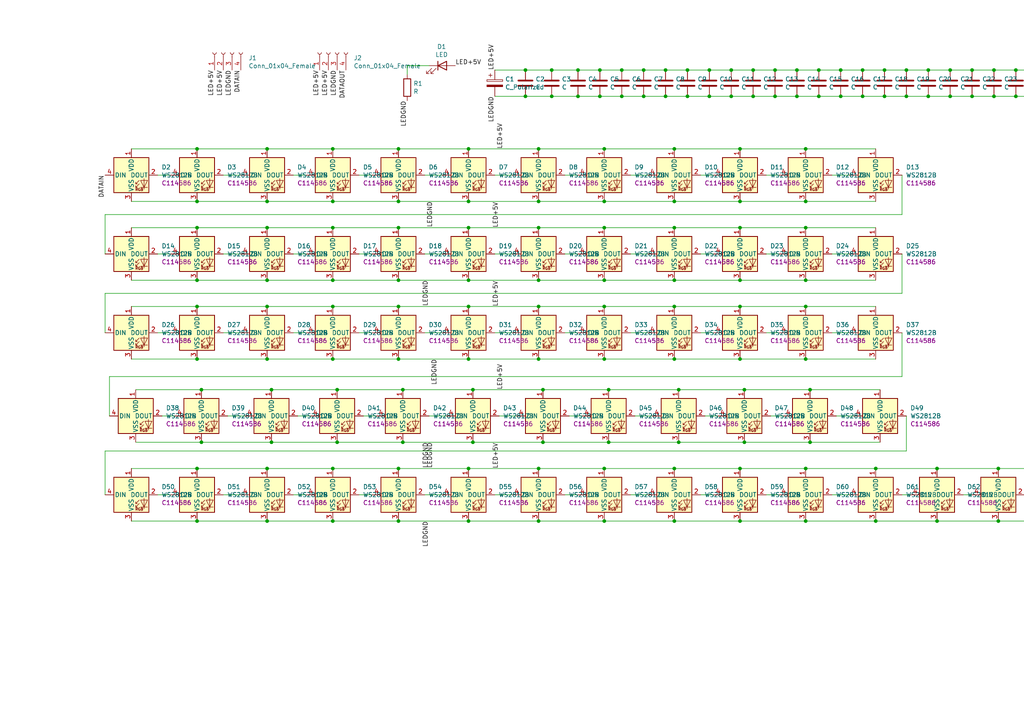
<source format=kicad_sch>
(kicad_sch (version 20211123) (generator eeschema)
  (paper "A4")
  (title_block (title "ECS PANEL") (date "2023-02-10") (rev "3"))
  (junction (at 256.54 27.94))
  (junction (at 358.14 20.32))
  (junction (at 57.15 151.13))
  (junction (at 77.47 88.9))
  (junction (at 175.26 135.89))
  (junction (at 326.39 20.32))
  (junction (at 275.59 20.32))
  (junction (at 377.19 27.94))
  (junction (at 160.02 27.94))
  (junction (at 351.79 20.32))
  (junction (at 58.42 113.03))
  (junction (at 320.04 27.94))
  (junction (at 96.52 88.9))
  (junction (at 233.68 66.04))
  (junction (at 218.44 20.32))
  (junction (at 156.21 104.14))
  (junction (at 215.9 113.03))
  (junction (at 218.44 27.94))
  (junction (at 199.39 20.32))
  (junction (at 137.16 128.27))
  (junction (at 256.54 20.32))
  (junction (at 307.34 20.32))
  (junction (at 254 151.13))
  (junction (at 212.09 20.32))
  (junction (at 193.04 27.94))
  (junction (at 383.54 20.32))
  (junction (at 180.34 27.94))
  (junction (at 275.59 27.94))
  (junction (at 237.49 20.32))
  (junction (at 504.19 20.32))
  (junction (at 231.14 20.32))
  (junction (at 176.53 128.27))
  (junction (at 262.89 27.94))
  (junction (at 175.26 151.13))
  (junction (at 77.47 135.89))
  (junction (at 96.52 81.28))
  (junction (at 115.57 104.14))
  (junction (at 115.57 151.13))
  (junction (at 196.85 113.03))
  (junction (at 205.74 27.94))
  (junction (at 389.89 27.94))
  (junction (at 415.29 27.94))
  (junction (at 339.09 20.32))
  (junction (at 167.64 20.32))
  (junction (at 77.47 151.13))
  (junction (at 262.89 20.32))
  (junction (at 135.89 151.13))
  (junction (at 135.89 81.28))
  (junction (at 472.44 27.94))
  (junction (at 77.47 104.14))
  (junction (at 152.4 20.32))
  (junction (at 427.99 27.94))
  (junction (at 224.79 20.32))
  (junction (at 135.89 43.18))
  (junction (at 215.9 128.27))
  (junction (at 199.39 27.94))
  (junction (at 510.54 27.94))
  (junction (at 195.58 66.04))
  (junction (at 156.21 151.13))
  (junction (at 233.68 58.42))
  (junction (at 408.94 20.32))
  (junction (at 440.69 27.94))
  (junction (at 214.63 88.9))
  (junction (at 300.99 27.94))
  (junction (at 234.95 128.27))
  (junction (at 402.59 27.94))
  (junction (at 370.84 27.94))
  (junction (at 175.26 58.42))
  (junction (at 96.52 104.14))
  (junction (at 478.79 27.94))
  (junction (at 281.94 20.32))
  (junction (at 135.89 58.42))
  (junction (at 364.49 20.32))
  (junction (at 214.63 81.28))
  (junction (at 453.39 20.32))
  (junction (at 415.29 20.32))
  (junction (at 421.64 20.32))
  (junction (at 57.15 58.42))
  (junction (at 57.15 66.04))
  (junction (at 214.63 43.18))
  (junction (at 269.24 20.32))
  (junction (at 320.04 20.32))
  (junction (at 281.94 27.94))
  (junction (at 289.56 151.13))
  (junction (at 478.79 20.32))
  (junction (at 57.15 43.18))
  (junction (at 214.63 58.42))
  (junction (at 233.68 81.28))
  (junction (at 523.24 27.94))
  (junction (at 516.89 27.94))
  (junction (at 307.34 27.94))
  (junction (at 516.89 20.32))
  (junction (at 186.69 27.94))
  (junction (at 195.58 43.18))
  (junction (at 377.19 20.32))
  (junction (at 78.74 128.27))
  (junction (at 212.09 27.94))
  (junction (at 231.14 27.94))
  (junction (at 271.78 135.89))
  (junction (at 234.95 113.03))
  (junction (at 135.89 66.04))
  (junction (at 485.14 20.32))
  (junction (at 152.4 27.94))
  (junction (at 57.15 135.89))
  (junction (at 175.26 88.9))
  (junction (at 214.63 151.13))
  (junction (at 289.56 135.89))
  (junction (at 358.14 27.94))
  (junction (at 370.84 20.32))
  (junction (at 58.42 128.27))
  (junction (at 510.54 20.32))
  (junction (at 96.52 135.89))
  (junction (at 345.44 20.32))
  (junction (at 180.34 20.32))
  (junction (at 459.74 20.32))
  (junction (at 196.85 128.27))
  (junction (at 97.79 113.03))
  (junction (at 332.74 20.32))
  (junction (at 250.19 27.94))
  (junction (at 396.24 20.32))
  (junction (at 294.64 27.94))
  (junction (at 115.57 135.89))
  (junction (at 447.04 20.32))
  (junction (at 156.21 66.04))
  (junction (at 78.74 113.03))
  (junction (at 175.26 104.14))
  (junction (at 77.47 43.18))
  (junction (at 97.79 128.27))
  (junction (at 195.58 58.42))
  (junction (at 523.24 20.32))
  (junction (at 294.64 20.32))
  (junction (at 135.89 88.9))
  (junction (at 167.64 27.94))
  (junction (at 447.04 27.94))
  (junction (at 440.69 20.32))
  (junction (at 173.99 20.32))
  (junction (at 214.63 66.04))
  (junction (at 115.57 43.18))
  (junction (at 205.74 20.32))
  (junction (at 313.69 27.94))
  (junction (at 250.19 20.32))
  (junction (at 243.84 27.94))
  (junction (at 466.09 27.94))
  (junction (at 243.84 20.32))
  (junction (at 434.34 20.32))
  (junction (at 96.52 66.04))
  (junction (at 57.15 81.28))
  (junction (at 96.52 43.18))
  (junction (at 115.57 58.42))
  (junction (at 173.99 27.94))
  (junction (at 214.63 135.89))
  (junction (at 156.21 81.28))
  (junction (at 160.02 20.32))
  (junction (at 186.69 20.32))
  (junction (at 529.59 20.32))
  (junction (at 157.48 113.03))
  (junction (at 402.59 20.32))
  (junction (at 421.64 27.94))
  (junction (at 116.84 128.27))
  (junction (at 57.15 88.9))
  (junction (at 195.58 135.89))
  (junction (at 332.74 27.94))
  (junction (at 364.49 27.94))
  (junction (at 497.84 27.94))
  (junction (at 237.49 27.94))
  (junction (at 434.34 27.94))
  (junction (at 176.53 113.03))
  (junction (at 389.89 20.32))
  (junction (at 233.68 88.9))
  (junction (at 156.21 88.9))
  (junction (at 175.26 66.04))
  (junction (at 157.48 128.27))
  (junction (at 491.49 20.32))
  (junction (at 542.29 27.94))
  (junction (at 224.79 27.94))
  (junction (at 453.39 27.94))
  (junction (at 57.15 104.14))
  (junction (at 175.26 81.28))
  (junction (at 116.84 113.03))
  (junction (at 254 135.89))
  (junction (at 408.94 27.94))
  (junction (at 115.57 88.9))
  (junction (at 175.26 43.18))
  (junction (at 233.68 104.14))
  (junction (at 137.16 113.03))
  (junction (at 156.21 135.89))
  (junction (at 115.57 66.04))
  (junction (at 535.94 20.32))
  (junction (at 466.09 20.32))
  (junction (at 396.24 27.94))
  (junction (at 96.52 151.13))
  (junction (at 459.74 27.94))
  (junction (at 193.04 20.32))
  (junction (at 77.47 66.04))
  (junction (at 233.68 135.89))
  (junction (at 383.54 27.94))
  (junction (at 504.19 27.94))
  (junction (at 195.58 88.9))
  (junction (at 156.21 43.18))
  (junction (at 195.58 81.28))
  (junction (at 115.57 81.28))
  (junction (at 300.99 20.32))
  (junction (at 214.63 104.14))
  (junction (at 472.44 20.32))
  (junction (at 339.09 27.94))
  (junction (at 77.47 81.28))
  (junction (at 313.69 20.32))
  (junction (at 233.68 151.13))
  (junction (at 326.39 27.94))
  (junction (at 288.29 20.32))
  (junction (at 427.99 20.32))
  (junction (at 195.58 104.14))
  (junction (at 77.47 58.42))
  (junction (at 497.84 20.32))
  (junction (at 529.59 27.94))
  (junction (at 233.68 43.18))
  (junction (at 96.52 58.42))
  (junction (at 271.78 151.13))
  (junction (at 351.79 27.94))
  (junction (at 156.21 58.42))
  (junction (at 542.29 20.32))
  (junction (at 195.58 151.13))
  (junction (at 135.89 135.89))
  (junction (at 288.29 27.94))
  (junction (at 491.49 27.94))
  (junction (at 485.14 27.94))
  (junction (at 535.94 27.94))
  (junction (at 269.24 27.94))
  (junction (at 135.89 104.14))
  (junction (at 345.44 27.94))
  (wire (pts (xy 163.83 96.52) (xy 167.64 96.52)))
  (wire (pts (xy 434.34 27.94) (xy 427.99 27.94)))
  (wire (pts (xy 176.53 113.03) (xy 157.48 113.03)))
  (wire (pts (xy 214.63 66.04) (xy 195.58 66.04)))
  (wire (pts (xy 203.2 96.52) (xy 207.01 96.52)))
  (wire (pts (xy 497.84 27.94) (xy 491.49 27.94)))
  (wire (pts (xy 459.74 27.94) (xy 453.39 27.94)))
  (wire (pts (xy 195.58 81.28) (xy 214.63 81.28)))
  (wire (pts (xy 485.14 20.32) (xy 478.79 20.32)))
  (wire (pts (xy 77.47 81.28) (xy 96.52 81.28)))
  (wire (pts (xy 196.85 128.27) (xy 215.9 128.27)))
  (wire (pts (xy 222.25 50.8) (xy 226.06 50.8)))
  (wire (pts (xy 427.99 27.94) (xy 421.64 27.94)))
  (wire (pts (xy 38.1 81.28) (xy 57.15 81.28)))
  (wire (pts (xy 242.57 120.65) (xy 247.65 120.65)))
  (wire (pts (xy 289.56 135.89) (xy 271.78 135.89)))
  (wire (pts (xy 300.99 20.32) (xy 294.64 20.32)))
  (wire (pts (xy 96.52 43.18) (xy 77.47 43.18)))
  (wire (pts (xy 186.69 27.94) (xy 180.34 27.94)))
  (wire (pts (xy 118.11 19.05) (xy 118.11 21.59)))
  (wire (pts (xy 135.89 81.28) (xy 156.21 81.28)))
  (wire (pts (xy 222.25 143.51) (xy 226.06 143.51)))
  (wire (pts (xy 364.49 20.32) (xy 358.14 20.32)))
  (wire (pts (xy 31.75 109.22) (xy 31.75 120.65)))
  (wire (pts (xy 275.59 27.94) (xy 269.24 27.94)))
  (wire (pts (xy 421.64 27.94) (xy 415.29 27.94)))
  (wire (pts (xy 233.68 88.9) (xy 214.63 88.9)))
  (wire (pts (xy 358.14 20.32) (xy 351.79 20.32)))
  (wire (pts (xy 224.79 20.32) (xy 218.44 20.32)))
  (wire (pts (xy 421.64 20.32) (xy 415.29 20.32)))
  (wire (pts (xy 271.78 135.89) (xy 254 135.89)))
  (wire (pts (xy 167.64 20.32) (xy 160.02 20.32)))
  (wire (pts (xy 77.47 135.89) (xy 57.15 135.89)))
  (wire (pts (xy 163.83 143.51) (xy 167.64 143.51)))
  (wire (pts (xy 175.26 104.14) (xy 195.58 104.14)))
  (wire (pts (xy 96.52 151.13) (xy 115.57 151.13)))
  (wire (pts (xy 231.14 20.32) (xy 224.79 20.32)))
  (wire (pts (xy 241.3 96.52) (xy 246.38 96.52)))
  (wire (pts (xy 377.19 27.94) (xy 370.84 27.94)))
  (wire (pts (xy 264.16 143.51) (xy 261.62 143.51)))
  (wire (pts (xy 175.26 66.04) (xy 156.21 66.04)))
  (wire (pts (xy 199.39 27.94) (xy 193.04 27.94)))
  (wire (pts (xy 123.19 143.51) (xy 128.27 143.51)))
  (wire (pts (xy 45.72 50.8) (xy 49.53 50.8)))
  (wire (pts (xy 115.57 88.9) (xy 96.52 88.9)))
  (wire (pts (xy 427.99 20.32) (xy 421.64 20.32)))
  (wire (pts (xy 243.84 27.94) (xy 237.49 27.94)))
  (wire (pts (xy 241.3 50.8) (xy 246.38 50.8)))
  (wire (pts (xy 77.47 43.18) (xy 57.15 43.18)))
  (wire (pts (xy 261.62 62.23) (xy 30.48 62.23)))
  (wire (pts (xy 49.53 73.66) (xy 45.72 73.66)))
  (wire (pts (xy 104.14 50.8) (xy 107.95 50.8)))
  (wire (pts (xy 288.29 27.94) (xy 281.94 27.94)))
  (wire (pts (xy 529.59 20.32) (xy 523.24 20.32)))
  (wire (pts (xy 193.04 20.32) (xy 186.69 20.32)))
  (wire (pts (xy 175.26 88.9) (xy 156.21 88.9)))
  (wire (pts (xy 156.21 151.13) (xy 175.26 151.13)))
  (wire (pts (xy 523.24 20.32) (xy 516.89 20.32)))
  (wire (pts (xy 123.19 50.8) (xy 128.27 50.8)))
  (wire (pts (xy 320.04 20.32) (xy 313.69 20.32)))
  (wire (pts (xy 214.63 135.89) (xy 195.58 135.89)))
  (wire (pts (xy 383.54 27.94) (xy 377.19 27.94)))
  (wire (pts (xy 77.47 104.14) (xy 96.52 104.14)))
  (wire (pts (xy 307.34 151.13) (xy 289.56 151.13)))
  (wire (pts (xy 307.34 20.32) (xy 300.99 20.32)))
  (wire (pts (xy 241.3 143.51) (xy 246.38 143.51)))
  (wire (pts (xy 237.49 27.94) (xy 231.14 27.94)))
  (wire (pts (xy 250.19 20.32) (xy 243.84 20.32)))
  (wire (pts (xy 271.78 151.13) (xy 254 151.13)))
  (wire (pts (xy 233.68 135.89) (xy 214.63 135.89)))
  (wire (pts (xy 39.37 128.27) (xy 58.42 128.27)))
  (wire (pts (xy 269.24 20.32) (xy 262.89 20.32)))
  (wire (pts (xy 214.63 58.42) (xy 233.68 58.42)))
  (wire (pts (xy 214.63 88.9) (xy 195.58 88.9)))
  (wire (pts (xy 38.1 58.42) (xy 57.15 58.42)))
  (wire (pts (xy 234.95 128.27) (xy 255.27 128.27)))
  (wire (pts (xy 396.24 20.32) (xy 389.89 20.32)))
  (wire (pts (xy 243.84 20.32) (xy 237.49 20.32)))
  (wire (pts (xy 261.62 96.52) (xy 261.62 109.22)))
  (wire (pts (xy 548.64 27.94) (xy 542.29 27.94)))
  (wire (pts (xy 195.58 135.89) (xy 175.26 135.89)))
  (wire (pts (xy 148.59 73.66) (xy 143.51 73.66)))
  (wire (pts (xy 115.57 58.42) (xy 135.89 58.42)))
  (wire (pts (xy 224.79 27.94) (xy 218.44 27.94)))
  (wire (pts (xy 78.74 128.27) (xy 97.79 128.27)))
  (wire (pts (xy 215.9 113.03) (xy 196.85 113.03)))
  (wire (pts (xy 214.63 104.14) (xy 233.68 104.14)))
  (wire (pts (xy 226.06 73.66) (xy 222.25 73.66)))
  (wire (pts (xy 307.34 135.89) (xy 289.56 135.89)))
  (wire (pts (xy 115.57 135.89) (xy 96.52 135.89)))
  (wire (pts (xy 261.62 50.8) (xy 261.62 62.23)))
  (wire (pts (xy 115.57 104.14) (xy 135.89 104.14)))
  (wire (pts (xy 358.14 27.94) (xy 351.79 27.94)))
  (wire (pts (xy 97.79 113.03) (xy 78.74 113.03)))
  (wire (pts (xy 256.54 20.32) (xy 250.19 20.32)))
  (wire (pts (xy 218.44 20.32) (xy 212.09 20.32)))
  (wire (pts (xy 173.99 27.94) (xy 167.64 27.94)))
  (wire (pts (xy 137.16 113.03) (xy 116.84 113.03)))
  (wire (pts (xy 78.74 113.03) (xy 58.42 113.03)))
  (wire (pts (xy 143.51 96.52) (xy 148.59 96.52)))
  (wire (pts (xy 77.47 88.9) (xy 57.15 88.9)))
  (wire (pts (xy 137.16 128.27) (xy 157.48 128.27)))
  (wire (pts (xy 77.47 151.13) (xy 96.52 151.13)))
  (wire (pts (xy 389.89 20.32) (xy 383.54 20.32)))
  (wire (pts (xy 307.34 27.94) (xy 300.99 27.94)))
  (wire (pts (xy 96.52 66.04) (xy 77.47 66.04)))
  (wire (pts (xy 212.09 20.32) (xy 205.74 20.32)))
  (wire (pts (xy 261.62 85.09) (xy 30.48 85.09)))
  (wire (pts (xy 85.09 50.8) (xy 88.9 50.8)))
  (wire (pts (xy 46.99 120.65) (xy 50.8 120.65)))
  (wire (pts (xy 351.79 20.32) (xy 345.44 20.32)))
  (wire (pts (xy 175.26 58.42) (xy 195.58 58.42)))
  (wire (pts (xy 504.19 20.32) (xy 497.84 20.32)))
  (wire (pts (xy 182.88 96.52) (xy 187.96 96.52)))
  (wire (pts (xy 167.64 73.66) (xy 163.83 73.66)))
  (wire (pts (xy 195.58 43.18) (xy 175.26 43.18)))
  (wire (pts (xy 339.09 20.32) (xy 332.74 20.32)))
  (wire (pts (xy 45.72 96.52) (xy 49.53 96.52)))
  (wire (pts (xy 175.26 151.13) (xy 195.58 151.13)))
  (wire (pts (xy 128.27 73.66) (xy 123.19 73.66)))
  (wire (pts (xy 339.09 27.94) (xy 332.74 27.94)))
  (wire (pts (xy 143.51 143.51) (xy 148.59 143.51)))
  (wire (pts (xy 254 66.04) (xy 233.68 66.04)))
  (wire (pts (xy 320.04 27.94) (xy 313.69 27.94)))
  (wire (pts (xy 152.4 27.94) (xy 143.51 27.94)))
  (wire (pts (xy 57.15 58.42) (xy 77.47 58.42)))
  (wire (pts (xy 57.15 88.9) (xy 38.1 88.9)))
  (wire (pts (xy 57.15 151.13) (xy 77.47 151.13)))
  (wire (pts (xy 246.38 73.66) (xy 241.3 73.66)))
  (wire (pts (xy 186.69 20.32) (xy 180.34 20.32)))
  (wire (pts (xy 115.57 43.18) (xy 96.52 43.18)))
  (wire (pts (xy 135.89 135.89) (xy 115.57 135.89)))
  (wire (pts (xy 193.04 27.94) (xy 186.69 27.94)))
  (wire (pts (xy 38.1 151.13) (xy 57.15 151.13)))
  (wire (pts (xy 275.59 20.32) (xy 269.24 20.32)))
  (wire (pts (xy 497.84 20.32) (xy 491.49 20.32)))
  (wire (pts (xy 135.89 43.18) (xy 115.57 43.18)))
  (wire (pts (xy 144.78 120.65) (xy 149.86 120.65)))
  (wire (pts (xy 510.54 20.32) (xy 504.19 20.32)))
  (wire (pts (xy 105.41 120.65) (xy 109.22 120.65)))
  (wire (pts (xy 383.54 20.32) (xy 377.19 20.32)))
  (wire (pts (xy 233.68 66.04) (xy 214.63 66.04)))
  (wire (pts (xy 187.96 73.66) (xy 182.88 73.66)))
  (wire (pts (xy 123.19 96.52) (xy 128.27 96.52)))
  (wire (pts (xy 196.85 113.03) (xy 176.53 113.03)))
  (wire (pts (xy 262.89 120.65) (xy 262.89 130.81)))
  (wire (pts (xy 116.84 128.27) (xy 137.16 128.27)))
  (wire (pts (xy 57.15 43.18) (xy 38.1 43.18)))
  (wire (pts (xy 262.89 130.81) (xy 30.48 130.81)))
  (wire (pts (xy 453.39 27.94) (xy 447.04 27.94)))
  (wire (pts (xy 294.64 20.32) (xy 288.29 20.32)))
  (wire (pts (xy 77.47 66.04) (xy 57.15 66.04)))
  (wire (pts (xy 472.44 27.94) (xy 466.09 27.94)))
  (wire (pts (xy 184.15 120.65) (xy 189.23 120.65)))
  (wire (pts (xy 504.19 27.94) (xy 497.84 27.94)))
  (wire (pts (xy 96.52 88.9) (xy 77.47 88.9)))
  (wire (pts (xy 516.89 20.32) (xy 510.54 20.32)))
  (wire (pts (xy 434.34 20.32) (xy 427.99 20.32)))
  (wire (pts (xy 485.14 27.94) (xy 478.79 27.94)))
  (wire (pts (xy 377.19 20.32) (xy 370.84 20.32)))
  (wire (pts (xy 165.1 120.65) (xy 168.91 120.65)))
  (wire (pts (xy 281.94 143.51) (xy 279.4 143.51)))
  (wire (pts (xy 199.39 20.32) (xy 193.04 20.32)))
  (wire (pts (xy 195.58 151.13) (xy 214.63 151.13)))
  (wire (pts (xy 30.48 85.09) (xy 30.48 96.52)))
  (wire (pts (xy 261.62 109.22) (xy 31.75 109.22)))
  (wire (pts (xy 157.48 113.03) (xy 137.16 113.03)))
  (wire (pts (xy 156.21 58.42) (xy 175.26 58.42)))
  (wire (pts (xy 38.1 104.14) (xy 57.15 104.14)))
  (wire (pts (xy 313.69 20.32) (xy 307.34 20.32)))
  (wire (pts (xy 195.58 58.42) (xy 214.63 58.42)))
  (wire (pts (xy 262.89 20.32) (xy 256.54 20.32)))
  (wire (pts (xy 313.69 27.94) (xy 307.34 27.94)))
  (wire (pts (xy 218.44 27.94) (xy 212.09 27.94)))
  (wire (pts (xy 96.52 104.14) (xy 115.57 104.14)))
  (wire (pts (xy 152.4 20.32) (xy 143.51 20.32)))
  (wire (pts (xy 30.48 62.23) (xy 30.48 73.66)))
  (wire (pts (xy 160.02 20.32) (xy 152.4 20.32)))
  (wire (pts (xy 203.2 143.51) (xy 207.01 143.51)))
  (wire (pts (xy 156.21 66.04) (xy 135.89 66.04)))
  (wire (pts (xy 222.25 96.52) (xy 226.06 96.52)))
  (wire (pts (xy 64.77 143.51) (xy 69.85 143.51)))
  (wire (pts (xy 57.15 104.14) (xy 77.47 104.14)))
  (wire (pts (xy 447.04 27.94) (xy 440.69 27.94)))
  (wire (pts (xy 175.26 43.18) (xy 156.21 43.18)))
  (wire (pts (xy 254 135.89) (xy 233.68 135.89)))
  (wire (pts (xy 116.84 113.03) (xy 97.79 113.03)))
  (wire (pts (xy 542.29 20.32) (xy 535.94 20.32)))
  (wire (pts (xy 491.49 20.32) (xy 485.14 20.32)))
  (wire (pts (xy 115.57 81.28) (xy 135.89 81.28)))
  (wire (pts (xy 389.89 27.94) (xy 383.54 27.94)))
  (wire (pts (xy 104.14 143.51) (xy 107.95 143.51)))
  (wire (pts (xy 195.58 88.9) (xy 175.26 88.9)))
  (wire (pts (xy 289.56 151.13) (xy 271.78 151.13)))
  (wire (pts (xy 288.29 20.32) (xy 281.94 20.32)))
  (wire (pts (xy 300.99 27.94) (xy 294.64 27.94)))
  (wire (pts (xy 96.52 58.42) (xy 115.57 58.42)))
  (wire (pts (xy 332.74 20.32) (xy 326.39 20.32)))
  (wire (pts (xy 415.29 20.32) (xy 408.94 20.32)))
  (wire (pts (xy 542.29 27.94) (xy 535.94 27.94)))
  (wire (pts (xy 135.89 104.14) (xy 156.21 104.14)))
  (wire (pts (xy 175.26 81.28) (xy 195.58 81.28)))
  (wire (pts (xy 160.02 27.94) (xy 152.4 27.94)))
  (wire (pts (xy 345.44 20.32) (xy 339.09 20.32)))
  (wire (pts (xy 157.48 128.27) (xy 176.53 128.27)))
  (wire (pts (xy 326.39 20.32) (xy 320.04 20.32)))
  (wire (pts (xy 173.99 20.32) (xy 167.64 20.32)))
  (wire (pts (xy 57.15 135.89) (xy 38.1 135.89)))
  (wire (pts (xy 370.84 27.94) (xy 364.49 27.94)))
  (wire (pts (xy 402.59 27.94) (xy 396.24 27.94)))
  (wire (pts (xy 478.79 27.94) (xy 472.44 27.94)))
  (wire (pts (xy 233.68 151.13) (xy 254 151.13)))
  (wire (pts (xy 203.2 50.8) (xy 207.01 50.8)))
  (wire (pts (xy 281.94 27.94) (xy 275.59 27.94)))
  (wire (pts (xy 478.79 20.32) (xy 472.44 20.32)))
  (wire (pts (xy 195.58 66.04) (xy 175.26 66.04)))
  (wire (pts (xy 204.47 120.65) (xy 208.28 120.65)))
  (wire (pts (xy 176.53 128.27) (xy 196.85 128.27)))
  (wire (pts (xy 261.62 73.66) (xy 261.62 85.09)))
  (wire (pts (xy 472.44 20.32) (xy 466.09 20.32)))
  (wire (pts (xy 156.21 104.14) (xy 175.26 104.14)))
  (wire (pts (xy 466.09 20.32) (xy 459.74 20.32)))
  (wire (pts (xy 163.83 50.8) (xy 167.64 50.8)))
  (wire (pts (xy 466.09 27.94) (xy 459.74 27.94)))
  (wire (pts (xy 205.74 27.94) (xy 199.39 27.94)))
  (wire (pts (xy 175.26 135.89) (xy 156.21 135.89)))
  (wire (pts (xy 212.09 27.94) (xy 205.74 27.94)))
  (wire (pts (xy 250.19 27.94) (xy 243.84 27.94)))
  (wire (pts (xy 233.68 104.14) (xy 254 104.14)))
  (wire (pts (xy 64.77 96.52) (xy 69.85 96.52)))
  (wire (pts (xy 58.42 113.03) (xy 39.37 113.03)))
  (wire (pts (xy 326.39 27.94) (xy 320.04 27.94)))
  (wire (pts (xy 124.46 120.65) (xy 129.54 120.65)))
  (wire (pts (xy 107.95 73.66) (xy 104.14 73.66)))
  (wire (pts (xy 233.68 58.42) (xy 254 58.42)))
  (wire (pts (xy 408.94 20.32) (xy 402.59 20.32)))
  (wire (pts (xy 45.72 143.51) (xy 49.53 143.51)))
  (wire (pts (xy 77.47 58.42) (xy 96.52 58.42)))
  (wire (pts (xy 402.59 20.32) (xy 396.24 20.32)))
  (wire (pts (xy 281.94 20.32) (xy 275.59 20.32)))
  (wire (pts (xy 351.79 27.94) (xy 345.44 27.94)))
  (wire (pts (xy 254 43.18) (xy 233.68 43.18)))
  (wire (pts (xy 234.95 113.03) (xy 215.9 113.03)))
  (wire (pts (xy 182.88 143.51) (xy 187.96 143.51)))
  (wire (pts (xy 415.29 27.94) (xy 408.94 27.94)))
  (wire (pts (xy 255.27 113.03) (xy 234.95 113.03)))
  (wire (pts (xy 57.15 66.04) (xy 38.1 66.04)))
  (wire (pts (xy 88.9 73.66) (xy 85.09 73.66)))
  (wire (pts (xy 214.63 81.28) (xy 233.68 81.28)))
  (wire (pts (xy 69.85 73.66) (xy 64.77 73.66)))
  (wire (pts (xy 86.36 120.65) (xy 90.17 120.65)))
  (wire (pts (xy 180.34 27.94) (xy 173.99 27.94)))
  (wire (pts (xy 180.34 20.32) (xy 173.99 20.32)))
  (wire (pts (xy 233.68 81.28) (xy 254 81.28)))
  (wire (pts (xy 447.04 20.32) (xy 440.69 20.32)))
  (wire (pts (xy 85.09 143.51) (xy 88.9 143.51)))
  (wire (pts (xy 233.68 43.18) (xy 214.63 43.18)))
  (wire (pts (xy 548.64 20.32) (xy 542.29 20.32)))
  (wire (pts (xy 254 88.9) (xy 233.68 88.9)))
  (wire (pts (xy 269.24 27.94) (xy 262.89 27.94)))
  (wire (pts (xy 85.09 96.52) (xy 88.9 96.52)))
  (wire (pts (xy 364.49 27.94) (xy 358.14 27.94)))
  (wire (pts (xy 440.69 20.32) (xy 434.34 20.32)))
  (wire (pts (xy 535.94 20.32) (xy 529.59 20.32)))
  (wire (pts (xy 294.64 27.94) (xy 288.29 27.94)))
  (wire (pts (xy 223.52 120.65) (xy 227.33 120.65)))
  (wire (pts (xy 115.57 151.13) (xy 135.89 151.13)))
  (wire (pts (xy 64.77 50.8) (xy 69.85 50.8)))
  (wire (pts (xy 535.94 27.94) (xy 529.59 27.94)))
  (wire (pts (xy 195.58 104.14) (xy 214.63 104.14)))
  (wire (pts (xy 510.54 27.94) (xy 504.19 27.94)))
  (wire (pts (xy 167.64 27.94) (xy 160.02 27.94)))
  (wire (pts (xy 215.9 128.27) (xy 234.95 128.27)))
  (wire (pts (xy 96.52 81.28) (xy 115.57 81.28)))
  (wire (pts (xy 135.89 58.42) (xy 156.21 58.42)))
  (wire (pts (xy 124.46 19.05) (xy 118.11 19.05)))
  (wire (pts (xy 156.21 43.18) (xy 135.89 43.18)))
  (wire (pts (xy 156.21 88.9) (xy 135.89 88.9)))
  (wire (pts (xy 30.48 130.81) (xy 30.48 143.51)))
  (wire (pts (xy 440.69 27.94) (xy 434.34 27.94)))
  (wire (pts (xy 115.57 66.04) (xy 96.52 66.04)))
  (wire (pts (xy 345.44 27.94) (xy 339.09 27.94)))
  (wire (pts (xy 491.49 27.94) (xy 485.14 27.94)))
  (wire (pts (xy 143.51 50.8) (xy 148.59 50.8)))
  (wire (pts (xy 256.54 27.94) (xy 250.19 27.94)))
  (wire (pts (xy 182.88 50.8) (xy 187.96 50.8)))
  (wire (pts (xy 214.63 151.13) (xy 233.68 151.13)))
  (wire (pts (xy 332.74 27.94) (xy 326.39 27.94)))
  (wire (pts (xy 156.21 81.28) (xy 175.26 81.28)))
  (wire (pts (xy 453.39 20.32) (xy 447.04 20.32)))
  (wire (pts (xy 529.59 27.94) (xy 523.24 27.94)))
  (wire (pts (xy 135.89 88.9) (xy 115.57 88.9)))
  (wire (pts (xy 156.21 135.89) (xy 135.89 135.89)))
  (wire (pts (xy 135.89 151.13) (xy 156.21 151.13)))
  (wire (pts (xy 205.74 20.32) (xy 199.39 20.32)))
  (wire (pts (xy 231.14 27.94) (xy 224.79 27.94)))
  (wire (pts (xy 237.49 20.32) (xy 231.14 20.32)))
  (wire (pts (xy 104.14 96.52) (xy 107.95 96.52)))
  (wire (pts (xy 299.72 143.51) (xy 297.18 143.51)))
  (wire (pts (xy 135.89 66.04) (xy 115.57 66.04)))
  (wire (pts (xy 58.42 128.27) (xy 78.74 128.27)))
  (wire (pts (xy 262.89 27.94) (xy 256.54 27.94)))
  (wire (pts (xy 207.01 73.66) (xy 203.2 73.66)))
  (wire (pts (xy 370.84 20.32) (xy 364.49 20.32)))
  (wire (pts (xy 66.04 120.65) (xy 71.12 120.65)))
  (wire (pts (xy 96.52 135.89) (xy 77.47 135.89)))
  (wire (pts (xy 214.63 43.18) (xy 195.58 43.18)))
  (wire (pts (xy 396.24 27.94) (xy 389.89 27.94)))
  (wire (pts (xy 523.24 27.94) (xy 516.89 27.94)))
  (wire (pts (xy 97.79 128.27) (xy 116.84 128.27)))
  (wire (pts (xy 408.94 27.94) (xy 402.59 27.94)))
  (wire (pts (xy 459.74 20.32) (xy 453.39 20.32)))
  (wire (pts (xy 516.89 27.94) (xy 510.54 27.94)))
  (wire (pts (xy 57.15 81.28) (xy 77.47 81.28)))
  (label "LED+5V" (at 144.78 66.04 90))
  (label "LEDGND" (at 125.73 128.27 270))
  (label "LED+5V" (at 92.71 20.32 270))
  (label "LEDGND" (at 124.46 128.27 270))
  (label "LEDGND" (at 143.51 27.94 270))
  (label "LED+5V" (at 146.05 43.18 90))
  (label "LEDGND" (at 124.46 151.13 270))
  (label "DATAIN" (at 30.48 50.8 270))
  (label "LEDGND" (at 127 104.14 270))
  (label "LED+5V" (at 144.78 88.9 90))
  (label "DATAIN" (at 69.85 20.32 270))
  (label "LEDGND" (at 97.79 20.32 270))
  (label "LEDGND" (at 124.46 81.28 270))
  (label "LED+5V" (at 64.77 20.32 270))
  (label "LED+5V" (at 143.51 20.32 90))
  (label "LED+5V" (at 144.78 135.89 90))
  (label "LEDGND" (at 67.31 20.32 270))
  (label "LED+5V" (at 62.23 20.32 270))
  (label "LED+5V" (at 132.08 19.05 0))
  (label "LEDGND" (at 118.11 29.21 270))
  (label "LED+5V" (at 146.05 113.03 90))
  (label "DATAOUT" (at 100.33 20.32 270))
  (label "DATAOUT" (at 314.96 143.51 270))
  (label "LED+5V" (at 95.25 20.32 270))
  (label "LEDGND" (at 125.73 58.42 270))
  (symbol (lib_id "LED:WS2812B") (at 289.56 143.51 0) (unit 1)
    (property "Reference" "D63" (at 298.2976 141.1986 0) (effects (justify left)))
    (property "Value" "WS2812B" (at 298.2976 143.51 0) (effects (justify left)))
    (property "Footprint" "OH_Footprints:LED_WS2812B_PLCC4_5.0x5.0mm_P3.2mm" (effects hide))
    (property "Datasheet" "https://cdn-shop.adafruit.com/datasheets/WS2812B.pdf" (effects hide))
    (property "LCSC Part Number" "C114586" (at 298.2976 145.8214 0) (effects (justify left)))
  )
  (symbol (lib_id "LED:WS2812B") (at 307.34 143.51 0) (unit 1)
    (property "Reference" "D64" (at 316.0776 141.1986 0) (effects (justify left)))
    (property "Value" "WS2812B" (at 316.0776 143.51 0) (effects (justify left)))
    (property "Footprint" "OH_Footprints:LED_WS2812B_PLCC4_5.0x5.0mm_P3.2mm" (effects hide))
    (property "Datasheet" "https://cdn-shop.adafruit.com/datasheets/WS2812B.pdf" (effects hide))
    (property "LCSC Part Number" "C114586" (at 316.0776 145.8214 0) (effects (justify left)))
  )
  (symbol (lib_id "Device:C_Polarized") (at 143.51 24.13 0) (unit 1)
    (property "Reference" "C1" (at 146.5072 22.9616 0) (effects (justify left)))
    (property "Value" "C_Polarized" (at 146.5072 25.273 0) (effects (justify left)))
    (property "Footprint" "OH_Footprints:CP_Elec_8x10" (effects hide))
  )
  (symbol (lib_id "LED:WS2812B") (at 38.1 50.8 0) (unit 1)
    (property "Reference" "D2" (at 46.8376 48.4886 0) (effects (justify left)))
    (property "Value" "WS2812B" (at 46.8376 50.8 0) (effects (justify left)))
    (property "Footprint" "OH_Footprints:LED_WS2812B_PLCC4_5.0x5.0mm_P3.2mm" (effects hide))
    (property "Datasheet" "https://cdn-shop.adafruit.com/datasheets/WS2812B.pdf" (effects hide))
    (property "LCSC Part Number" "C114586" (at 46.8376 53.1114 0) (effects (justify left)))
  )
  (symbol (lib_id "Device:R") (at 118.11 25.4 0) (unit 1)
    (property "Reference" "R1" (at 119.888 24.2316 0) (effects (justify left)))
    (property "Value" "R" (at 119.888 26.543 0) (effects (justify left)))
    (property "Footprint" "OH_Footprints:R_0603_1608Metric" (effects hide))
  )
  (symbol (lib_id "Device:LED") (at 128.27 19.05 0) (unit 1)
    (property "Reference" "D1" (at 128.0922 13.5382 0))
    (property "Value" "LED" (at 128.0922 15.8496 0))
    (property "Footprint" "OH_Footprints:LED_D3.0mm" (effects hide))
  )
  (symbol (lib_id "Connector:Conn_01x04_Female") (at 64.77 15.24 90) (unit 1)
    (property "Reference" "J1" (at 72.0852 16.8148 90) (effects (justify right)))
    (property "Value" "Conn_01x04_Female" (at 72.0852 19.1262 90) (effects (justify right)))
    (property "Footprint" "OH_Footprints:Molex_Mini-Fit_Jr_5566-04A_2x02_P4.20mm_Vertical" (effects hide))
  )
  (symbol (lib_id "Connector:Conn_01x04_Female") (at 95.25 15.24 90) (unit 1)
    (property "Reference" "J2" (at 102.5652 16.8148 90) (effects (justify right)))
    (property "Value" "Conn_01x04_Female" (at 102.5652 19.1262 90) (effects (justify right)))
    (property "Footprint" "OH_Footprints:Molex_Mini-Fit_Jr_5566-04A_2x02_P4.20mm_Vertical" (effects hide))
  )
  (symbol (lib_id "LED:WS2812B") (at 57.15 50.8 0) (unit 1)
    (property "Reference" "D3" (at 65.8876 48.4886 0) (effects (justify left)))
    (property "Value" "WS2812B" (at 65.8876 50.8 0) (effects (justify left)))
    (property "Footprint" "OH_Footprints:LED_WS2812B_PLCC4_5.0x5.0mm_P3.2mm" (effects hide))
    (property "Datasheet" "https://cdn-shop.adafruit.com/datasheets/WS2812B.pdf" (effects hide))
    (property "LCSC Part Number" "C114586" (at 65.8876 53.1114 0) (effects (justify left)))
  )
  (symbol (lib_id "LED:WS2812B") (at 77.47 50.8 0) (unit 1)
    (property "Reference" "D4" (at 86.2076 48.4886 0) (effects (justify left)))
    (property "Value" "WS2812B" (at 86.2076 50.8 0) (effects (justify left)))
    (property "Footprint" "OH_Footprints:LED_WS2812B_PLCC4_5.0x5.0mm_P3.2mm" (effects hide))
    (property "Datasheet" "https://cdn-shop.adafruit.com/datasheets/WS2812B.pdf" (effects hide))
    (property "LCSC Part Number" "C114586" (at 86.2076 53.1114 0) (effects (justify left)))
  )
  (symbol (lib_id "LED:WS2812B") (at 96.52 50.8 0) (unit 1)
    (property "Reference" "D5" (at 105.2576 48.4886 0) (effects (justify left)))
    (property "Value" "WS2812B" (at 105.2576 50.8 0) (effects (justify left)))
    (property "Footprint" "OH_Footprints:LED_WS2812B_PLCC4_5.0x5.0mm_P3.2mm" (effects hide))
    (property "Datasheet" "https://cdn-shop.adafruit.com/datasheets/WS2812B.pdf" (effects hide))
    (property "LCSC Part Number" "C114586" (at 105.2576 53.1114 0) (effects (justify left)))
  )
  (symbol (lib_id "LED:WS2812B") (at 115.57 50.8 0) (unit 1)
    (property "Reference" "D6" (at 124.3076 48.4886 0) (effects (justify left)))
    (property "Value" "WS2812B" (at 124.3076 50.8 0) (effects (justify left)))
    (property "Footprint" "OH_Footprints:LED_WS2812B_PLCC4_5.0x5.0mm_P3.2mm" (effects hide))
    (property "Datasheet" "https://cdn-shop.adafruit.com/datasheets/WS2812B.pdf" (effects hide))
    (property "LCSC Part Number" "C114586" (at 124.3076 53.1114 0) (effects (justify left)))
  )
  (symbol (lib_id "LED:WS2812B") (at 135.89 50.8 0) (unit 1)
    (property "Reference" "D7" (at 144.6276 48.4886 0) (effects (justify left)))
    (property "Value" "WS2812B" (at 144.6276 50.8 0) (effects (justify left)))
    (property "Footprint" "OH_Footprints:LED_WS2812B_PLCC4_5.0x5.0mm_P3.2mm" (effects hide))
    (property "Datasheet" "https://cdn-shop.adafruit.com/datasheets/WS2812B.pdf" (effects hide))
    (property "LCSC Part Number" "C114586" (at 144.6276 53.1114 0) (effects (justify left)))
  )
  (symbol (lib_id "LED:WS2812B") (at 156.21 50.8 0) (unit 1)
    (property "Reference" "D8" (at 164.9476 48.4886 0) (effects (justify left)))
    (property "Value" "WS2812B" (at 164.9476 50.8 0) (effects (justify left)))
    (property "Footprint" "OH_Footprints:LED_WS2812B_PLCC4_5.0x5.0mm_P3.2mm" (effects hide))
    (property "Datasheet" "https://cdn-shop.adafruit.com/datasheets/WS2812B.pdf" (effects hide))
    (property "LCSC Part Number" "C114586" (at 164.9476 53.1114 0) (effects (justify left)))
  )
  (symbol (lib_id "LED:WS2812B") (at 175.26 50.8 0) (unit 1)
    (property "Reference" "D9" (at 183.9976 48.4886 0) (effects (justify left)))
    (property "Value" "WS2812B" (at 183.9976 50.8 0) (effects (justify left)))
    (property "Footprint" "OH_Footprints:LED_WS2812B_PLCC4_5.0x5.0mm_P3.2mm" (effects hide))
    (property "Datasheet" "https://cdn-shop.adafruit.com/datasheets/WS2812B.pdf" (effects hide))
    (property "LCSC Part Number" "C114586" (at 183.9976 53.1114 0) (effects (justify left)))
  )
  (symbol (lib_id "LED:WS2812B") (at 195.58 50.8 0) (unit 1)
    (property "Reference" "D10" (at 204.3176 48.4886 0) (effects (justify left)))
    (property "Value" "WS2812B" (at 204.3176 50.8 0) (effects (justify left)))
    (property "Footprint" "OH_Footprints:LED_WS2812B_PLCC4_5.0x5.0mm_P3.2mm" (effects hide))
    (property "Datasheet" "https://cdn-shop.adafruit.com/datasheets/WS2812B.pdf" (effects hide))
    (property "LCSC Part Number" "C114586" (at 204.3176 53.1114 0) (effects (justify left)))
  )
  (symbol (lib_id "LED:WS2812B") (at 214.63 50.8 0) (unit 1)
    (property "Reference" "D11" (at 223.3676 48.4886 0) (effects (justify left)))
    (property "Value" "WS2812B" (at 223.3676 50.8 0) (effects (justify left)))
    (property "Footprint" "OH_Footprints:LED_WS2812B_PLCC4_5.0x5.0mm_P3.2mm" (effects hide))
    (property "Datasheet" "https://cdn-shop.adafruit.com/datasheets/WS2812B.pdf" (effects hide))
    (property "LCSC Part Number" "C114586" (at 223.3676 53.1114 0) (effects (justify left)))
  )
  (symbol (lib_id "LED:WS2812B") (at 233.68 50.8 0) (unit 1)
    (property "Reference" "D12" (at 242.4176 48.4886 0) (effects (justify left)))
    (property "Value" "WS2812B" (at 242.4176 50.8 0) (effects (justify left)))
    (property "Footprint" "OH_Footprints:LED_WS2812B_PLCC4_5.0x5.0mm_P3.2mm" (effects hide))
    (property "Datasheet" "https://cdn-shop.adafruit.com/datasheets/WS2812B.pdf" (effects hide))
    (property "LCSC Part Number" "C114586" (at 242.4176 53.1114 0) (effects (justify left)))
  )
  (symbol (lib_id "LED:WS2812B") (at 254 50.8 0) (unit 1)
    (property "Reference" "D13" (at 262.7376 48.4886 0) (effects (justify left)))
    (property "Value" "WS2812B" (at 262.7376 50.8 0) (effects (justify left)))
    (property "Footprint" "OH_Footprints:LED_WS2812B_PLCC4_5.0x5.0mm_P3.2mm" (effects hide))
    (property "Datasheet" "https://cdn-shop.adafruit.com/datasheets/WS2812B.pdf" (effects hide))
    (property "LCSC Part Number" "C114586" (at 262.7376 53.1114 0) (effects (justify left)))
  )
  (symbol (lib_id "LED:WS2812B") (at 38.1 73.66 0) (unit 1)
    (property "Reference" "D14" (at 46.8376 71.3486 0) (effects (justify left)))
    (property "Value" "WS2812B" (at 46.8376 73.66 0) (effects (justify left)))
    (property "Footprint" "OH_Footprints:LED_WS2812B_PLCC4_5.0x5.0mm_P3.2mm" (effects hide))
    (property "Datasheet" "https://cdn-shop.adafruit.com/datasheets/WS2812B.pdf" (effects hide))
    (property "LCSC Part Number" "C114586" (at 46.8376 75.9714 0) (effects (justify left)))
  )
  (symbol (lib_id "LED:WS2812B") (at 57.15 73.66 0) (unit 1)
    (property "Reference" "D15" (at 65.8876 71.3486 0) (effects (justify left)))
    (property "Value" "WS2812B" (at 65.8876 73.66 0) (effects (justify left)))
    (property "Footprint" "OH_Footprints:LED_WS2812B_PLCC4_5.0x5.0mm_P3.2mm" (effects hide))
    (property "Datasheet" "https://cdn-shop.adafruit.com/datasheets/WS2812B.pdf" (effects hide))
    (property "LCSC Part Number" "C114586" (at 65.8876 75.9714 0) (effects (justify left)))
  )
  (symbol (lib_id "LED:WS2812B") (at 77.47 73.66 0) (unit 1)
    (property "Reference" "D16" (at 86.2076 71.3486 0) (effects (justify left)))
    (property "Value" "WS2812B" (at 86.2076 73.66 0) (effects (justify left)))
    (property "Footprint" "OH_Footprints:LED_WS2812B_PLCC4_5.0x5.0mm_P3.2mm" (effects hide))
    (property "Datasheet" "https://cdn-shop.adafruit.com/datasheets/WS2812B.pdf" (effects hide))
    (property "LCSC Part Number" "C114586" (at 86.2076 75.9714 0) (effects (justify left)))
  )
  (symbol (lib_id "LED:WS2812B") (at 96.52 73.66 0) (unit 1)
    (property "Reference" "D17" (at 105.2576 71.3486 0) (effects (justify left)))
    (property "Value" "WS2812B" (at 105.2576 73.66 0) (effects (justify left)))
    (property "Footprint" "OH_Footprints:LED_WS2812B_PLCC4_5.0x5.0mm_P3.2mm" (effects hide))
    (property "Datasheet" "https://cdn-shop.adafruit.com/datasheets/WS2812B.pdf" (effects hide))
    (property "LCSC Part Number" "C114586" (at 105.2576 75.9714 0) (effects (justify left)))
  )
  (symbol (lib_id "LED:WS2812B") (at 115.57 73.66 0) (unit 1)
    (property "Reference" "D18" (at 124.3076 71.3486 0) (effects (justify left)))
    (property "Value" "WS2812B" (at 124.3076 73.66 0) (effects (justify left)))
    (property "Footprint" "OH_Footprints:LED_WS2812B_PLCC4_5.0x5.0mm_P3.2mm" (effects hide))
    (property "Datasheet" "https://cdn-shop.adafruit.com/datasheets/WS2812B.pdf" (effects hide))
    (property "LCSC Part Number" "C114586" (at 124.3076 75.9714 0) (effects (justify left)))
  )
  (symbol (lib_id "LED:WS2812B") (at 135.89 73.66 0) (unit 1)
    (property "Reference" "D19" (at 144.6276 71.3486 0) (effects (justify left)))
    (property "Value" "WS2812B" (at 144.6276 73.66 0) (effects (justify left)))
    (property "Footprint" "OH_Footprints:LED_WS2812B_PLCC4_5.0x5.0mm_P3.2mm" (effects hide))
    (property "Datasheet" "https://cdn-shop.adafruit.com/datasheets/WS2812B.pdf" (effects hide))
    (property "LCSC Part Number" "C114586" (at 144.6276 75.9714 0) (effects (justify left)))
  )
  (symbol (lib_id "LED:WS2812B") (at 156.21 73.66 0) (unit 1)
    (property "Reference" "D20" (at 164.9476 71.3486 0) (effects (justify left)))
    (property "Value" "WS2812B" (at 164.9476 73.66 0) (effects (justify left)))
    (property "Footprint" "OH_Footprints:LED_WS2812B_PLCC4_5.0x5.0mm_P3.2mm" (effects hide))
    (property "Datasheet" "https://cdn-shop.adafruit.com/datasheets/WS2812B.pdf" (effects hide))
    (property "LCSC Part Number" "C114586" (at 164.9476 75.9714 0) (effects (justify left)))
  )
  (symbol (lib_id "LED:WS2812B") (at 175.26 73.66 0) (unit 1)
    (property "Reference" "D21" (at 183.9976 71.3486 0) (effects (justify left)))
    (property "Value" "WS2812B" (at 183.9976 73.66 0) (effects (justify left)))
    (property "Footprint" "OH_Footprints:LED_WS2812B_PLCC4_5.0x5.0mm_P3.2mm" (effects hide))
    (property "Datasheet" "https://cdn-shop.adafruit.com/datasheets/WS2812B.pdf" (effects hide))
    (property "LCSC Part Number" "C114586" (at 183.9976 75.9714 0) (effects (justify left)))
  )
  (symbol (lib_id "LED:WS2812B") (at 195.58 73.66 0) (unit 1)
    (property "Reference" "D22" (at 204.3176 71.3486 0) (effects (justify left)))
    (property "Value" "WS2812B" (at 204.3176 73.66 0) (effects (justify left)))
    (property "Footprint" "OH_Footprints:LED_WS2812B_PLCC4_5.0x5.0mm_P3.2mm" (effects hide))
    (property "Datasheet" "https://cdn-shop.adafruit.com/datasheets/WS2812B.pdf" (effects hide))
    (property "LCSC Part Number" "C114586" (at 204.3176 75.9714 0) (effects (justify left)))
  )
  (symbol (lib_id "LED:WS2812B") (at 214.63 73.66 0) (unit 1)
    (property "Reference" "D23" (at 223.3676 71.3486 0) (effects (justify left)))
    (property "Value" "WS2812B" (at 223.3676 73.66 0) (effects (justify left)))
    (property "Footprint" "OH_Footprints:LED_WS2812B_PLCC4_5.0x5.0mm_P3.2mm" (effects hide))
    (property "Datasheet" "https://cdn-shop.adafruit.com/datasheets/WS2812B.pdf" (effects hide))
    (property "LCSC Part Number" "C114586" (at 223.3676 75.9714 0) (effects (justify left)))
  )
  (symbol (lib_id "LED:WS2812B") (at 233.68 73.66 0) (unit 1)
    (property "Reference" "D24" (at 242.4176 71.3486 0) (effects (justify left)))
    (property "Value" "WS2812B" (at 242.4176 73.66 0) (effects (justify left)))
    (property "Footprint" "OH_Footprints:LED_WS2812B_PLCC4_5.0x5.0mm_P3.2mm" (effects hide))
    (property "Datasheet" "https://cdn-shop.adafruit.com/datasheets/WS2812B.pdf" (effects hide))
    (property "LCSC Part Number" "C114586" (at 242.4176 75.9714 0) (effects (justify left)))
  )
  (symbol (lib_id "LED:WS2812B") (at 254 73.66 0) (unit 1)
    (property "Reference" "D25" (at 262.7376 71.3486 0) (effects (justify left)))
    (property "Value" "WS2812B" (at 262.7376 73.66 0) (effects (justify left)))
    (property "Footprint" "OH_Footprints:LED_WS2812B_PLCC4_5.0x5.0mm_P3.2mm" (effects hide))
    (property "Datasheet" "https://cdn-shop.adafruit.com/datasheets/WS2812B.pdf" (effects hide))
    (property "LCSC Part Number" "C114586" (at 262.7376 75.9714 0) (effects (justify left)))
  )
  (symbol (lib_id "LED:WS2812B") (at 38.1 96.52 0) (unit 1)
    (property "Reference" "D26" (at 46.8376 94.2086 0) (effects (justify left)))
    (property "Value" "WS2812B" (at 46.8376 96.52 0) (effects (justify left)))
    (property "Footprint" "OH_Footprints:LED_WS2812B_PLCC4_5.0x5.0mm_P3.2mm" (effects hide))
    (property "Datasheet" "https://cdn-shop.adafruit.com/datasheets/WS2812B.pdf" (effects hide))
    (property "LCSC Part Number" "C114586" (at 46.8376 98.8314 0) (effects (justify left)))
  )
  (symbol (lib_id "LED:WS2812B") (at 57.15 96.52 0) (unit 1)
    (property "Reference" "D27" (at 65.8876 94.2086 0) (effects (justify left)))
    (property "Value" "WS2812B" (at 65.8876 96.52 0) (effects (justify left)))
    (property "Footprint" "OH_Footprints:LED_WS2812B_PLCC4_5.0x5.0mm_P3.2mm" (effects hide))
    (property "Datasheet" "https://cdn-shop.adafruit.com/datasheets/WS2812B.pdf" (effects hide))
    (property "LCSC Part Number" "C114586" (at 65.8876 98.8314 0) (effects (justify left)))
  )
  (symbol (lib_id "LED:WS2812B") (at 77.47 96.52 0) (unit 1)
    (property "Reference" "D28" (at 86.2076 94.2086 0) (effects (justify left)))
    (property "Value" "WS2812B" (at 86.2076 96.52 0) (effects (justify left)))
    (property "Footprint" "OH_Footprints:LED_WS2812B_PLCC4_5.0x5.0mm_P3.2mm" (effects hide))
    (property "Datasheet" "https://cdn-shop.adafruit.com/datasheets/WS2812B.pdf" (effects hide))
    (property "LCSC Part Number" "C114586" (at 86.2076 98.8314 0) (effects (justify left)))
  )
  (symbol (lib_id "LED:WS2812B") (at 96.52 96.52 0) (unit 1)
    (property "Reference" "D29" (at 105.2576 94.2086 0) (effects (justify left)))
    (property "Value" "WS2812B" (at 105.2576 96.52 0) (effects (justify left)))
    (property "Footprint" "OH_Footprints:LED_WS2812B_PLCC4_5.0x5.0mm_P3.2mm" (effects hide))
    (property "Datasheet" "https://cdn-shop.adafruit.com/datasheets/WS2812B.pdf" (effects hide))
    (property "LCSC Part Number" "C114586" (at 105.2576 98.8314 0) (effects (justify left)))
  )
  (symbol (lib_id "LED:WS2812B") (at 115.57 96.52 0) (unit 1)
    (property "Reference" "D30" (at 124.3076 94.2086 0) (effects (justify left)))
    (property "Value" "WS2812B" (at 124.3076 96.52 0) (effects (justify left)))
    (property "Footprint" "OH_Footprints:LED_WS2812B_PLCC4_5.0x5.0mm_P3.2mm" (effects hide))
    (property "Datasheet" "https://cdn-shop.adafruit.com/datasheets/WS2812B.pdf" (effects hide))
    (property "LCSC Part Number" "C114586" (at 124.3076 98.8314 0) (effects (justify left)))
  )
  (symbol (lib_id "LED:WS2812B") (at 135.89 96.52 0) (unit 1)
    (property "Reference" "D31" (at 144.6276 94.2086 0) (effects (justify left)))
    (property "Value" "WS2812B" (at 144.6276 96.52 0) (effects (justify left)))
    (property "Footprint" "OH_Footprints:LED_WS2812B_PLCC4_5.0x5.0mm_P3.2mm" (effects hide))
    (property "Datasheet" "https://cdn-shop.adafruit.com/datasheets/WS2812B.pdf" (effects hide))
    (property "LCSC Part Number" "C114586" (at 144.6276 98.8314 0) (effects (justify left)))
  )
  (symbol (lib_id "LED:WS2812B") (at 156.21 96.52 0) (unit 1)
    (property "Reference" "D32" (at 164.9476 94.2086 0) (effects (justify left)))
    (property "Value" "WS2812B" (at 164.9476 96.52 0) (effects (justify left)))
    (property "Footprint" "OH_Footprints:LED_WS2812B_PLCC4_5.0x5.0mm_P3.2mm" (effects hide))
    (property "Datasheet" "https://cdn-shop.adafruit.com/datasheets/WS2812B.pdf" (effects hide))
    (property "LCSC Part Number" "C114586" (at 164.9476 98.8314 0) (effects (justify left)))
  )
  (symbol (lib_id "LED:WS2812B") (at 175.26 96.52 0) (unit 1)
    (property "Reference" "D33" (at 183.9976 94.2086 0) (effects (justify left)))
    (property "Value" "WS2812B" (at 183.9976 96.52 0) (effects (justify left)))
    (property "Footprint" "OH_Footprints:LED_WS2812B_PLCC4_5.0x5.0mm_P3.2mm" (effects hide))
    (property "Datasheet" "https://cdn-shop.adafruit.com/datasheets/WS2812B.pdf" (effects hide))
    (property "LCSC Part Number" "C114586" (at 183.9976 98.8314 0) (effects (justify left)))
  )
  (symbol (lib_id "LED:WS2812B") (at 195.58 96.52 0) (unit 1)
    (property "Reference" "D34" (at 204.3176 94.2086 0) (effects (justify left)))
    (property "Value" "WS2812B" (at 204.3176 96.52 0) (effects (justify left)))
    (property "Footprint" "OH_Footprints:LED_WS2812B_PLCC4_5.0x5.0mm_P3.2mm" (effects hide))
    (property "Datasheet" "https://cdn-shop.adafruit.com/datasheets/WS2812B.pdf" (effects hide))
    (property "LCSC Part Number" "C114586" (at 204.3176 98.8314 0) (effects (justify left)))
  )
  (symbol (lib_id "LED:WS2812B") (at 214.63 96.52 0) (unit 1)
    (property "Reference" "D35" (at 223.3676 94.2086 0) (effects (justify left)))
    (property "Value" "WS2812B" (at 223.3676 96.52 0) (effects (justify left)))
    (property "Footprint" "OH_Footprints:LED_WS2812B_PLCC4_5.0x5.0mm_P3.2mm" (effects hide))
    (property "Datasheet" "https://cdn-shop.adafruit.com/datasheets/WS2812B.pdf" (effects hide))
    (property "LCSC Part Number" "C114586" (at 223.3676 98.8314 0) (effects (justify left)))
  )
  (symbol (lib_id "LED:WS2812B") (at 233.68 96.52 0) (unit 1)
    (property "Reference" "D36" (at 242.4176 94.2086 0) (effects (justify left)))
    (property "Value" "WS2812B" (at 242.4176 96.52 0) (effects (justify left)))
    (property "Footprint" "OH_Footprints:LED_WS2812B_PLCC4_5.0x5.0mm_P3.2mm" (effects hide))
    (property "Datasheet" "https://cdn-shop.adafruit.com/datasheets/WS2812B.pdf" (effects hide))
    (property "LCSC Part Number" "C114586" (at 242.4176 98.8314 0) (effects (justify left)))
  )
  (symbol (lib_id "LED:WS2812B") (at 254 96.52 0) (unit 1)
    (property "Reference" "D37" (at 262.7376 94.2086 0) (effects (justify left)))
    (property "Value" "WS2812B" (at 262.7376 96.52 0) (effects (justify left)))
    (property "Footprint" "OH_Footprints:LED_WS2812B_PLCC4_5.0x5.0mm_P3.2mm" (effects hide))
    (property "Datasheet" "https://cdn-shop.adafruit.com/datasheets/WS2812B.pdf" (effects hide))
    (property "LCSC Part Number" "C114586" (at 262.7376 98.8314 0) (effects (justify left)))
  )
  (symbol (lib_id "LED:WS2812B") (at 39.37 120.65 0) (unit 1)
    (property "Reference" "D38" (at 48.1076 118.3386 0) (effects (justify left)))
    (property "Value" "WS2812B" (at 48.1076 120.65 0) (effects (justify left)))
    (property "Footprint" "OH_Footprints:LED_WS2812B_PLCC4_5.0x5.0mm_P3.2mm" (effects hide))
    (property "Datasheet" "https://cdn-shop.adafruit.com/datasheets/WS2812B.pdf" (effects hide))
    (property "LCSC Part Number" "C114586" (at 48.1076 122.9614 0) (effects (justify left)))
  )
  (symbol (lib_id "LED:WS2812B") (at 58.42 120.65 0) (unit 1)
    (property "Reference" "D39" (at 67.1576 118.3386 0) (effects (justify left)))
    (property "Value" "WS2812B" (at 67.1576 120.65 0) (effects (justify left)))
    (property "Footprint" "OH_Footprints:LED_WS2812B_PLCC4_5.0x5.0mm_P3.2mm" (effects hide))
    (property "Datasheet" "https://cdn-shop.adafruit.com/datasheets/WS2812B.pdf" (effects hide))
    (property "LCSC Part Number" "C114586" (at 67.1576 122.9614 0) (effects (justify left)))
  )
  (symbol (lib_id "LED:WS2812B") (at 78.74 120.65 0) (unit 1)
    (property "Reference" "D40" (at 87.4776 118.3386 0) (effects (justify left)))
    (property "Value" "WS2812B" (at 87.4776 120.65 0) (effects (justify left)))
    (property "Footprint" "OH_Footprints:LED_WS2812B_PLCC4_5.0x5.0mm_P3.2mm" (effects hide))
    (property "Datasheet" "https://cdn-shop.adafruit.com/datasheets/WS2812B.pdf" (effects hide))
    (property "LCSC Part Number" "C114586" (at 87.4776 122.9614 0) (effects (justify left)))
  )
  (symbol (lib_id "LED:WS2812B") (at 97.79 120.65 0) (unit 1)
    (property "Reference" "D41" (at 106.5276 118.3386 0) (effects (justify left)))
    (property "Value" "WS2812B" (at 106.5276 120.65 0) (effects (justify left)))
    (property "Footprint" "OH_Footprints:LED_WS2812B_PLCC4_5.0x5.0mm_P3.2mm" (effects hide))
    (property "Datasheet" "https://cdn-shop.adafruit.com/datasheets/WS2812B.pdf" (effects hide))
    (property "LCSC Part Number" "C114586" (at 106.5276 122.9614 0) (effects (justify left)))
  )
  (symbol (lib_id "LED:WS2812B") (at 116.84 120.65 0) (unit 1)
    (property "Reference" "D42" (at 125.5776 118.3386 0) (effects (justify left)))
    (property "Value" "WS2812B" (at 125.5776 120.65 0) (effects (justify left)))
    (property "Footprint" "OH_Footprints:LED_WS2812B_PLCC4_5.0x5.0mm_P3.2mm" (effects hide))
    (property "Datasheet" "https://cdn-shop.adafruit.com/datasheets/WS2812B.pdf" (effects hide))
    (property "LCSC Part Number" "C114586" (at 125.5776 122.9614 0) (effects (justify left)))
  )
  (symbol (lib_id "LED:WS2812B") (at 137.16 120.65 0) (unit 1)
    (property "Reference" "D43" (at 145.8976 118.3386 0) (effects (justify left)))
    (property "Value" "WS2812B" (at 145.8976 120.65 0) (effects (justify left)))
    (property "Footprint" "OH_Footprints:LED_WS2812B_PLCC4_5.0x5.0mm_P3.2mm" (effects hide))
    (property "Datasheet" "https://cdn-shop.adafruit.com/datasheets/WS2812B.pdf" (effects hide))
    (property "LCSC Part Number" "C114586" (at 145.8976 122.9614 0) (effects (justify left)))
  )
  (symbol (lib_id "LED:WS2812B") (at 157.48 120.65 0) (unit 1)
    (property "Reference" "D44" (at 166.2176 118.3386 0) (effects (justify left)))
    (property "Value" "WS2812B" (at 166.2176 120.65 0) (effects (justify left)))
    (property "Footprint" "OH_Footprints:LED_WS2812B_PLCC4_5.0x5.0mm_P3.2mm" (effects hide))
    (property "Datasheet" "https://cdn-shop.adafruit.com/datasheets/WS2812B.pdf" (effects hide))
    (property "LCSC Part Number" "C114586" (at 166.2176 122.9614 0) (effects (justify left)))
  )
  (symbol (lib_id "LED:WS2812B") (at 176.53 120.65 0) (unit 1)
    (property "Reference" "D45" (at 185.2676 118.3386 0) (effects (justify left)))
    (property "Value" "WS2812B" (at 185.2676 120.65 0) (effects (justify left)))
    (property "Footprint" "OH_Footprints:LED_WS2812B_PLCC4_5.0x5.0mm_P3.2mm" (effects hide))
    (property "Datasheet" "https://cdn-shop.adafruit.com/datasheets/WS2812B.pdf" (effects hide))
    (property "LCSC Part Number" "C114586" (at 185.2676 122.9614 0) (effects (justify left)))
  )
  (symbol (lib_id "LED:WS2812B") (at 196.85 120.65 0) (unit 1)
    (property "Reference" "D46" (at 205.5876 118.3386 0) (effects (justify left)))
    (property "Value" "WS2812B" (at 205.5876 120.65 0) (effects (justify left)))
    (property "Footprint" "OH_Footprints:LED_WS2812B_PLCC4_5.0x5.0mm_P3.2mm" (effects hide))
    (property "Datasheet" "https://cdn-shop.adafruit.com/datasheets/WS2812B.pdf" (effects hide))
    (property "LCSC Part Number" "C114586" (at 205.5876 122.9614 0) (effects (justify left)))
  )
  (symbol (lib_id "LED:WS2812B") (at 234.95 120.65 0) (unit 1)
    (property "Reference" "D48" (at 243.6876 118.3386 0) (effects (justify left)))
    (property "Value" "WS2812B" (at 243.6876 120.65 0) (effects (justify left)))
    (property "Footprint" "OH_Footprints:LED_WS2812B_PLCC4_5.0x5.0mm_P3.2mm" (effects hide))
    (property "Datasheet" "https://cdn-shop.adafruit.com/datasheets/WS2812B.pdf" (effects hide))
    (property "LCSC Part Number" "C114586" (at 243.6876 122.9614 0) (effects (justify left)))
  )
  (symbol (lib_id "LED:WS2812B") (at 255.27 120.65 0) (unit 1)
    (property "Reference" "D49" (at 264.0076 118.3386 0) (effects (justify left)))
    (property "Value" "WS2812B" (at 264.0076 120.65 0) (effects (justify left)))
    (property "Footprint" "OH_Footprints:LED_WS2812B_PLCC4_5.0x5.0mm_P3.2mm" (effects hide))
    (property "Datasheet" "https://cdn-shop.adafruit.com/datasheets/WS2812B.pdf" (effects hide))
    (property "LCSC Part Number" "C114586" (at 264.0076 122.9614 0) (effects (justify left)))
  )
  (symbol (lib_id "LED:WS2812B") (at 215.9 120.65 0) (unit 1)
    (property "Reference" "D47" (at 224.6376 118.3386 0) (effects (justify left)))
    (property "Value" "WS2812B" (at 224.6376 120.65 0) (effects (justify left)))
    (property "Footprint" "OH_Footprints:LED_WS2812B_PLCC4_5.0x5.0mm_P3.2mm" (effects hide))
    (property "Datasheet" "https://cdn-shop.adafruit.com/datasheets/WS2812B.pdf" (effects hide))
    (property "LCSC Part Number" "C114586" (at 224.6376 122.9614 0) (effects (justify left)))
  )
  (symbol (lib_id "LED:WS2812B") (at 38.1 143.51 0) (unit 1)
    (property "Reference" "D50" (at 46.8376 141.1986 0) (effects (justify left)))
    (property "Value" "WS2812B" (at 46.8376 143.51 0) (effects (justify left)))
    (property "Footprint" "OH_Footprints:LED_WS2812B_PLCC4_5.0x5.0mm_P3.2mm" (effects hide))
    (property "Datasheet" "https://cdn-shop.adafruit.com/datasheets/WS2812B.pdf" (effects hide))
    (property "LCSC Part Number" "C114586" (at 46.8376 145.8214 0) (effects (justify left)))
  )
  (symbol (lib_id "LED:WS2812B") (at 57.15 143.51 0) (unit 1)
    (property "Reference" "D51" (at 65.8876 141.1986 0) (effects (justify left)))
    (property "Value" "WS2812B" (at 65.8876 143.51 0) (effects (justify left)))
    (property "Footprint" "OH_Footprints:LED_WS2812B_PLCC4_5.0x5.0mm_P3.2mm" (effects hide))
    (property "Datasheet" "https://cdn-shop.adafruit.com/datasheets/WS2812B.pdf" (effects hide))
    (property "LCSC Part Number" "C114586" (at 65.8876 145.8214 0) (effects (justify left)))
  )
  (symbol (lib_id "LED:WS2812B") (at 77.47 143.51 0) (unit 1)
    (property "Reference" "D52" (at 86.2076 141.1986 0) (effects (justify left)))
    (property "Value" "WS2812B" (at 86.2076 143.51 0) (effects (justify left)))
    (property "Footprint" "OH_Footprints:LED_WS2812B_PLCC4_5.0x5.0mm_P3.2mm" (effects hide))
    (property "Datasheet" "https://cdn-shop.adafruit.com/datasheets/WS2812B.pdf" (effects hide))
    (property "LCSC Part Number" "C114586" (at 86.2076 145.8214 0) (effects (justify left)))
  )
  (symbol (lib_id "LED:WS2812B") (at 96.52 143.51 0) (unit 1)
    (property "Reference" "D53" (at 105.2576 141.1986 0) (effects (justify left)))
    (property "Value" "WS2812B" (at 105.2576 143.51 0) (effects (justify left)))
    (property "Footprint" "OH_Footprints:LED_WS2812B_PLCC4_5.0x5.0mm_P3.2mm" (effects hide))
    (property "Datasheet" "https://cdn-shop.adafruit.com/datasheets/WS2812B.pdf" (effects hide))
    (property "LCSC Part Number" "C114586" (at 105.2576 145.8214 0) (effects (justify left)))
  )
  (symbol (lib_id "LED:WS2812B") (at 115.57 143.51 0) (unit 1)
    (property "Reference" "D54" (at 124.3076 141.1986 0) (effects (justify left)))
    (property "Value" "WS2812B" (at 124.3076 143.51 0) (effects (justify left)))
    (property "Footprint" "OH_Footprints:LED_WS2812B_PLCC4_5.0x5.0mm_P3.2mm" (effects hide))
    (property "Datasheet" "https://cdn-shop.adafruit.com/datasheets/WS2812B.pdf" (effects hide))
    (property "LCSC Part Number" "C114586" (at 124.3076 145.8214 0) (effects (justify left)))
  )
  (symbol (lib_id "LED:WS2812B") (at 135.89 143.51 0) (unit 1)
    (property "Reference" "D55" (at 144.6276 141.1986 0) (effects (justify left)))
    (property "Value" "WS2812B" (at 144.6276 143.51 0) (effects (justify left)))
    (property "Footprint" "OH_Footprints:LED_WS2812B_PLCC4_5.0x5.0mm_P3.2mm" (effects hide))
    (property "Datasheet" "https://cdn-shop.adafruit.com/datasheets/WS2812B.pdf" (effects hide))
    (property "LCSC Part Number" "C114586" (at 144.6276 145.8214 0) (effects (justify left)))
  )
  (symbol (lib_id "LED:WS2812B") (at 156.21 143.51 0) (unit 1)
    (property "Reference" "D56" (at 164.9476 141.1986 0) (effects (justify left)))
    (property "Value" "WS2812B" (at 164.9476 143.51 0) (effects (justify left)))
    (property "Footprint" "OH_Footprints:LED_WS2812B_PLCC4_5.0x5.0mm_P3.2mm" (effects hide))
    (property "Datasheet" "https://cdn-shop.adafruit.com/datasheets/WS2812B.pdf" (effects hide))
    (property "LCSC Part Number" "C114586" (at 164.9476 145.8214 0) (effects (justify left)))
  )
  (symbol (lib_id "LED:WS2812B") (at 175.26 143.51 0) (unit 1)
    (property "Reference" "D57" (at 183.9976 141.1986 0) (effects (justify left)))
    (property "Value" "WS2812B" (at 183.9976 143.51 0) (effects (justify left)))
    (property "Footprint" "OH_Footprints:LED_WS2812B_PLCC4_5.0x5.0mm_P3.2mm" (effects hide))
    (property "Datasheet" "https://cdn-shop.adafruit.com/datasheets/WS2812B.pdf" (effects hide))
    (property "LCSC Part Number" "C114586" (at 183.9976 145.8214 0) (effects (justify left)))
  )
  (symbol (lib_id "LED:WS2812B") (at 195.58 143.51 0) (unit 1)
    (property "Reference" "D58" (at 204.3176 141.1986 0) (effects (justify left)))
    (property "Value" "WS2812B" (at 204.3176 143.51 0) (effects (justify left)))
    (property "Footprint" "OH_Footprints:LED_WS2812B_PLCC4_5.0x5.0mm_P3.2mm" (effects hide))
    (property "Datasheet" "https://cdn-shop.adafruit.com/datasheets/WS2812B.pdf" (effects hide))
    (property "LCSC Part Number" "C114586" (at 204.3176 145.8214 0) (effects (justify left)))
  )
  (symbol (lib_id "LED:WS2812B") (at 233.68 143.51 0) (unit 1)
    (property "Reference" "D60" (at 242.4176 141.1986 0) (effects (justify left)))
    (property "Value" "WS2812B" (at 242.4176 143.51 0) (effects (justify left)))
    (property "Footprint" "OH_Footprints:LED_WS2812B_PLCC4_5.0x5.0mm_P3.2mm" (effects hide))
    (property "Datasheet" "https://cdn-shop.adafruit.com/datasheets/WS2812B.pdf" (effects hide))
    (property "LCSC Part Number" "C114586" (at 242.4176 145.8214 0) (effects (justify left)))
  )
  (symbol (lib_id "LED:WS2812B") (at 254 143.51 0) (unit 1)
    (property "Reference" "D61" (at 262.7376 141.1986 0) (effects (justify left)))
    (property "Value" "WS2812B" (at 262.7376 143.51 0) (effects (justify left)))
    (property "Footprint" "OH_Footprints:LED_WS2812B_PLCC4_5.0x5.0mm_P3.2mm" (effects hide))
    (property "Datasheet" "https://cdn-shop.adafruit.com/datasheets/WS2812B.pdf" (effects hide))
    (property "LCSC Part Number" "C114586" (at 262.7376 145.8214 0) (effects (justify left)))
  )
  (symbol (lib_id "LED:WS2812B") (at 214.63 143.51 0) (unit 1)
    (property "Reference" "D59" (at 223.3676 141.1986 0) (effects (justify left)))
    (property "Value" "WS2812B" (at 223.3676 143.51 0) (effects (justify left)))
    (property "Footprint" "OH_Footprints:LED_WS2812B_PLCC4_5.0x5.0mm_P3.2mm" (effects hide))
    (property "Datasheet" "https://cdn-shop.adafruit.com/datasheets/WS2812B.pdf" (effects hide))
    (property "LCSC Part Number" "C114586" (at 223.3676 145.8214 0) (effects (justify left)))
  )
  (symbol (lib_id "LED:WS2812B") (at 271.78 143.51 0) (unit 1)
    (property "Reference" "D62" (at 280.5176 141.1986 0) (effects (justify left)))
    (property "Value" "WS2812B" (at 280.5176 143.51 0) (effects (justify left)))
    (property "Footprint" "OH_Footprints:LED_WS2812B_PLCC4_5.0x5.0mm_P3.2mm" (effects hide))
    (property "Datasheet" "https://cdn-shop.adafruit.com/datasheets/WS2812B.pdf" (effects hide))
    (property "LCSC Part Number" "C114586" (at 280.5176 145.8214 0) (effects (justify left)))
  )
  (symbol (lib_id "Device:C") (at 152.4 24.13 0) (unit 1)
    (property "Reference" "C2" (at 155.321 22.9616 0) (effects (justify left)))
    (property "Value" "C" (at 155.321 25.273 0) (effects (justify left)))
    (property "Footprint" "OH_Footprints:C_0603_1608Metric" (effects hide))
  )
  (symbol (lib_id "Device:C") (at 160.02 24.13 0) (unit 1)
    (property "Reference" "C3" (at 162.941 22.9616 0) (effects (justify left)))
    (property "Value" "C" (at 162.941 25.273 0) (effects (justify left)))
    (property "Footprint" "OH_Footprints:C_0603_1608Metric" (effects hide))
  )
  (symbol (lib_id "Device:C") (at 167.64 24.13 0) (unit 1)
    (property "Reference" "C4" (at 170.561 22.9616 0) (effects (justify left)))
    (property "Value" "C" (at 170.561 25.273 0) (effects (justify left)))
    (property "Footprint" "OH_Footprints:C_0603_1608Metric" (effects hide))
  )
  (symbol (lib_id "Device:C") (at 173.99 24.13 0) (unit 1)
    (property "Reference" "C5" (at 176.911 22.9616 0) (effects (justify left)))
    (property "Value" "C" (at 176.911 25.273 0) (effects (justify left)))
    (property "Footprint" "OH_Footprints:C_0603_1608Metric" (effects hide))
  )
  (symbol (lib_id "Device:C") (at 180.34 24.13 0) (unit 1)
    (property "Reference" "C6" (at 183.261 22.9616 0) (effects (justify left)))
    (property "Value" "C" (at 183.261 25.273 0) (effects (justify left)))
    (property "Footprint" "OH_Footprints:C_0603_1608Metric" (effects hide))
  )
  (symbol (lib_id "Device:C") (at 186.69 24.13 0) (unit 1)
    (property "Reference" "C7" (at 189.611 22.9616 0) (effects (justify left)))
    (property "Value" "C" (at 189.611 25.273 0) (effects (justify left)))
    (property "Footprint" "OH_Footprints:C_0603_1608Metric" (effects hide))
  )
  (symbol (lib_id "Device:C") (at 193.04 24.13 0) (unit 1)
    (property "Reference" "C8" (at 195.961 22.9616 0) (effects (justify left)))
    (property "Value" "C" (at 195.961 25.273 0) (effects (justify left)))
    (property "Footprint" "OH_Footprints:C_0603_1608Metric" (effects hide))
  )
  (symbol (lib_id "Device:C") (at 199.39 24.13 0) (unit 1)
    (property "Reference" "C9" (at 202.311 22.9616 0) (effects (justify left)))
    (property "Value" "C" (at 202.311 25.273 0) (effects (justify left)))
    (property "Footprint" "OH_Footprints:C_0603_1608Metric" (effects hide))
  )
  (symbol (lib_id "Device:C") (at 205.74 24.13 0) (unit 1)
    (property "Reference" "C10" (at 208.661 22.9616 0) (effects (justify left)))
    (property "Value" "C" (at 208.661 25.273 0) (effects (justify left)))
    (property "Footprint" "OH_Footprints:C_0603_1608Metric" (effects hide))
  )
  (symbol (lib_id "Device:C") (at 212.09 24.13 0) (unit 1)
    (property "Reference" "C11" (at 215.011 22.9616 0) (effects (justify left)))
    (property "Value" "C" (at 215.011 25.273 0) (effects (justify left)))
    (property "Footprint" "OH_Footprints:C_0603_1608Metric" (effects hide))
  )
  (symbol (lib_id "Device:C") (at 218.44 24.13 0) (unit 1)
    (property "Reference" "C12" (at 221.361 22.9616 0) (effects (justify left)))
    (property "Value" "C" (at 221.361 25.273 0) (effects (justify left)))
    (property "Footprint" "OH_Footprints:C_0603_1608Metric" (effects hide))
  )
  (symbol (lib_id "Device:C") (at 224.79 24.13 0) (unit 1)
    (property "Reference" "C13" (at 227.711 22.9616 0) (effects (justify left)))
    (property "Value" "C" (at 227.711 25.273 0) (effects (justify left)))
    (property "Footprint" "OH_Footprints:C_0603_1608Metric" (effects hide))
  )
  (symbol (lib_id "Device:C") (at 231.14 24.13 0) (unit 1)
    (property "Reference" "C14" (at 234.061 22.9616 0) (effects (justify left)))
    (property "Value" "C" (at 234.061 25.273 0) (effects (justify left)))
    (property "Footprint" "OH_Footprints:C_0603_1608Metric" (effects hide))
  )
  (symbol (lib_id "Device:C") (at 237.49 24.13 0) (unit 1)
    (property "Reference" "C15" (at 240.411 22.9616 0) (effects (justify left)))
    (property "Value" "C" (at 240.411 25.273 0) (effects (justify left)))
    (property "Footprint" "OH_Footprints:C_0603_1608Metric" (effects hide))
  )
  (symbol (lib_id "Device:C") (at 243.84 24.13 0) (unit 1)
    (property "Reference" "C16" (at 246.761 22.9616 0) (effects (justify left)))
    (property "Value" "C" (at 246.761 25.273 0) (effects (justify left)))
    (property "Footprint" "OH_Footprints:C_0603_1608Metric" (effects hide))
  )
  (symbol (lib_id "Device:C") (at 250.19 24.13 0) (unit 1)
    (property "Reference" "C17" (at 253.111 22.9616 0) (effects (justify left)))
    (property "Value" "C" (at 253.111 25.273 0) (effects (justify left)))
    (property "Footprint" "OH_Footprints:C_0603_1608Metric" (effects hide))
  )
  (symbol (lib_id "Device:C") (at 256.54 24.13 0) (unit 1)
    (property "Reference" "C18" (at 259.461 22.9616 0) (effects (justify left)))
    (property "Value" "C" (at 259.461 25.273 0) (effects (justify left)))
    (property "Footprint" "OH_Footprints:C_0603_1608Metric" (effects hide))
  )
  (symbol (lib_id "Device:C") (at 262.89 24.13 0) (unit 1)
    (property "Reference" "C19" (at 265.811 22.9616 0) (effects (justify left)))
    (property "Value" "C" (at 265.811 25.273 0) (effects (justify left)))
    (property "Footprint" "OH_Footprints:C_0603_1608Metric" (effects hide))
  )
  (symbol (lib_id "Device:C") (at 269.24 24.13 0) (unit 1)
    (property "Reference" "C20" (at 272.161 22.9616 0) (effects (justify left)))
    (property "Value" "C" (at 272.161 25.273 0) (effects (justify left)))
    (property "Footprint" "OH_Footprints:C_0603_1608Metric" (effects hide))
  )
  (symbol (lib_id "Device:C") (at 275.59 24.13 0) (unit 1)
    (property "Reference" "C21" (at 278.511 22.9616 0) (effects (justify left)))
    (property "Value" "C" (at 278.511 25.273 0) (effects (justify left)))
    (property "Footprint" "OH_Footprints:C_0603_1608Metric" (effects hide))
  )
  (symbol (lib_id "Device:C") (at 281.94 24.13 0) (unit 1)
    (property "Reference" "C22" (at 284.861 22.9616 0) (effects (justify left)))
    (property "Value" "C" (at 284.861 25.273 0) (effects (justify left)))
    (property "Footprint" "OH_Footprints:C_0603_1608Metric" (effects hide))
  )
  (symbol (lib_id "Device:C") (at 288.29 24.13 0) (unit 1)
    (property "Reference" "C23" (at 291.211 22.9616 0) (effects (justify left)))
    (property "Value" "C" (at 291.211 25.273 0) (effects (justify left)))
    (property "Footprint" "OH_Footprints:C_0603_1608Metric" (effects hide))
  )
  (symbol (lib_id "Device:C") (at 294.64 24.13 0) (unit 1)
    (property "Reference" "C24" (at 297.561 22.9616 0) (effects (justify left)))
    (property "Value" "C" (at 297.561 25.273 0) (effects (justify left)))
    (property "Footprint" "OH_Footprints:C_0603_1608Metric" (effects hide))
  )
  (symbol (lib_id "Device:C") (at 300.99 24.13 0) (unit 1)
    (property "Reference" "C25" (at 303.911 22.9616 0) (effects (justify left)))
    (property "Value" "C" (at 303.911 25.273 0) (effects (justify left)))
    (property "Footprint" "OH_Footprints:C_0603_1608Metric" (effects hide))
  )
  (symbol (lib_id "Device:C") (at 307.34 24.13 0) (unit 1)
    (property "Reference" "C26" (at 310.261 22.9616 0) (effects (justify left)))
    (property "Value" "C" (at 310.261 25.273 0) (effects (justify left)))
    (property "Footprint" "OH_Footprints:C_0603_1608Metric" (effects hide))
  )
  (symbol (lib_id "Device:C") (at 313.69 24.13 0) (unit 1)
    (property "Reference" "C27" (at 316.611 22.9616 0) (effects (justify left)))
    (property "Value" "C" (at 316.611 25.273 0) (effects (justify left)))
    (property "Footprint" "OH_Footprints:C_0603_1608Metric" (effects hide))
  )
  (symbol (lib_id "Device:C") (at 320.04 24.13 0) (unit 1)
    (property "Reference" "C28" (at 322.961 22.9616 0) (effects (justify left)))
    (property "Value" "C" (at 322.961 25.273 0) (effects (justify left)))
    (property "Footprint" "OH_Footprints:C_0603_1608Metric" (effects hide))
  )
  (symbol (lib_id "Device:C") (at 326.39 24.13 0) (unit 1)
    (property "Reference" "C29" (at 329.311 22.9616 0) (effects (justify left)))
    (property "Value" "C" (at 329.311 25.273 0) (effects (justify left)))
    (property "Footprint" "OH_Footprints:C_0603_1608Metric" (effects hide))
  )
  (symbol (lib_id "Device:C") (at 332.74 24.13 0) (unit 1)
    (property "Reference" "C30" (at 335.661 22.9616 0) (effects (justify left)))
    (property "Value" "C" (at 335.661 25.273 0) (effects (justify left)))
    (property "Footprint" "OH_Footprints:C_0603_1608Metric" (effects hide))
  )
  (symbol (lib_id "Device:C") (at 339.09 24.13 0) (unit 1)
    (property "Reference" "C31" (at 342.011 22.9616 0) (effects (justify left)))
    (property "Value" "C" (at 342.011 25.273 0) (effects (justify left)))
    (property "Footprint" "OH_Footprints:C_0603_1608Metric" (effects hide))
  )
  (symbol (lib_id "Device:C") (at 345.44 24.13 0) (unit 1)
    (property "Reference" "C32" (at 348.361 22.9616 0) (effects (justify left)))
    (property "Value" "C" (at 348.361 25.273 0) (effects (justify left)))
    (property "Footprint" "OH_Footprints:C_0603_1608Metric" (effects hide))
  )
  (symbol (lib_id "Device:C") (at 351.79 24.13 0) (unit 1)
    (property "Reference" "C33" (at 354.711 22.9616 0) (effects (justify left)))
    (property "Value" "C" (at 354.711 25.273 0) (effects (justify left)))
    (property "Footprint" "OH_Footprints:C_0603_1608Metric" (effects hide))
  )
  (symbol (lib_id "Device:C") (at 358.14 24.13 0) (unit 1)
    (property "Reference" "C34" (at 361.061 22.9616 0) (effects (justify left)))
    (property "Value" "C" (at 361.061 25.273 0) (effects (justify left)))
    (property "Footprint" "OH_Footprints:C_0603_1608Metric" (effects hide))
  )
  (symbol (lib_id "Device:C") (at 364.49 24.13 0) (unit 1)
    (property "Reference" "C35" (at 367.411 22.9616 0) (effects (justify left)))
    (property "Value" "C" (at 367.411 25.273 0) (effects (justify left)))
    (property "Footprint" "OH_Footprints:C_0603_1608Metric" (effects hide))
  )
  (symbol (lib_id "Device:C") (at 370.84 24.13 0) (unit 1)
    (property "Reference" "C36" (at 373.761 22.9616 0) (effects (justify left)))
    (property "Value" "C" (at 373.761 25.273 0) (effects (justify left)))
    (property "Footprint" "OH_Footprints:C_0603_1608Metric" (effects hide))
  )
  (symbol (lib_id "Device:C") (at 377.19 24.13 0) (unit 1)
    (property "Reference" "C37" (at 380.111 22.9616 0) (effects (justify left)))
    (property "Value" "C" (at 380.111 25.273 0) (effects (justify left)))
    (property "Footprint" "OH_Footprints:C_0603_1608Metric" (effects hide))
  )
  (symbol (lib_id "Device:C") (at 383.54 24.13 0) (unit 1)
    (property "Reference" "C38" (at 386.461 22.9616 0) (effects (justify left)))
    (property "Value" "C" (at 386.461 25.273 0) (effects (justify left)))
    (property "Footprint" "OH_Footprints:C_0603_1608Metric" (effects hide))
  )
  (symbol (lib_id "Device:C") (at 389.89 24.13 0) (unit 1)
    (property "Reference" "C39" (at 392.811 22.9616 0) (effects (justify left)))
    (property "Value" "C" (at 392.811 25.273 0) (effects (justify left)))
    (property "Footprint" "OH_Footprints:C_0603_1608Metric" (effects hide))
  )
  (symbol (lib_id "Device:C") (at 396.24 24.13 0) (unit 1)
    (property "Reference" "C40" (at 399.161 22.9616 0) (effects (justify left)))
    (property "Value" "C" (at 399.161 25.273 0) (effects (justify left)))
    (property "Footprint" "OH_Footprints:C_0603_1608Metric" (effects hide))
  )
  (symbol (lib_id "Device:C") (at 402.59 24.13 0) (unit 1)
    (property "Reference" "C41" (at 405.511 22.9616 0) (effects (justify left)))
    (property "Value" "C" (at 405.511 25.273 0) (effects (justify left)))
    (property "Footprint" "OH_Footprints:C_0603_1608Metric" (effects hide))
  )
  (symbol (lib_id "Device:C") (at 408.94 24.13 0) (unit 1)
    (property "Reference" "C42" (at 411.861 22.9616 0) (effects (justify left)))
    (property "Value" "C" (at 411.861 25.273 0) (effects (justify left)))
    (property "Footprint" "OH_Footprints:C_0603_1608Metric" (effects hide))
  )
  (symbol (lib_id "Device:C") (at 415.29 24.13 0) (unit 1)
    (property "Reference" "C43" (at 418.211 22.9616 0) (effects (justify left)))
    (property "Value" "C" (at 418.211 25.273 0) (effects (justify left)))
    (property "Footprint" "OH_Footprints:C_0603_1608Metric" (effects hide))
  )
  (symbol (lib_id "Device:C") (at 421.64 24.13 0) (unit 1)
    (property "Reference" "C44" (at 424.561 22.9616 0) (effects (justify left)))
    (property "Value" "C" (at 424.561 25.273 0) (effects (justify left)))
    (property "Footprint" "OH_Footprints:C_0603_1608Metric" (effects hide))
  )
  (symbol (lib_id "Device:C") (at 427.99 24.13 0) (unit 1)
    (property "Reference" "C45" (at 430.911 22.9616 0) (effects (justify left)))
    (property "Value" "C" (at 430.911 25.273 0) (effects (justify left)))
    (property "Footprint" "OH_Footprints:C_0603_1608Metric" (effects hide))
  )
  (symbol (lib_id "Device:C") (at 434.34 24.13 0) (unit 1)
    (property "Reference" "C46" (at 437.261 22.9616 0) (effects (justify left)))
    (property "Value" "C" (at 437.261 25.273 0) (effects (justify left)))
    (property "Footprint" "OH_Footprints:C_0603_1608Metric" (effects hide))
  )
  (symbol (lib_id "Device:C") (at 440.69 24.13 0) (unit 1)
    (property "Reference" "C47" (at 443.611 22.9616 0) (effects (justify left)))
    (property "Value" "C" (at 443.611 25.273 0) (effects (justify left)))
    (property "Footprint" "OH_Footprints:C_0603_1608Metric" (effects hide))
  )
  (symbol (lib_id "Device:C") (at 447.04 24.13 0) (unit 1)
    (property "Reference" "C48" (at 449.961 22.9616 0) (effects (justify left)))
    (property "Value" "C" (at 449.961 25.273 0) (effects (justify left)))
    (property "Footprint" "OH_Footprints:C_0603_1608Metric" (effects hide))
  )
  (symbol (lib_id "Device:C") (at 453.39 24.13 0) (unit 1)
    (property "Reference" "C49" (at 456.311 22.9616 0) (effects (justify left)))
    (property "Value" "C" (at 456.311 25.273 0) (effects (justify left)))
    (property "Footprint" "OH_Footprints:C_0603_1608Metric" (effects hide))
  )
  (symbol (lib_id "Device:C") (at 459.74 24.13 0) (unit 1)
    (property "Reference" "C50" (at 462.661 22.9616 0) (effects (justify left)))
    (property "Value" "C" (at 462.661 25.273 0) (effects (justify left)))
    (property "Footprint" "OH_Footprints:C_0603_1608Metric" (effects hide))
  )
  (symbol (lib_id "Device:C") (at 466.09 24.13 0) (unit 1)
    (property "Reference" "C51" (at 469.011 22.9616 0) (effects (justify left)))
    (property "Value" "C" (at 469.011 25.273 0) (effects (justify left)))
    (property "Footprint" "OH_Footprints:C_0603_1608Metric" (effects hide))
  )
  (symbol (lib_id "Device:C") (at 497.84 24.13 0) (unit 1)
    (property "Reference" "C56" (at 500.761 22.9616 0) (effects (justify left)))
    (property "Value" "C" (at 500.761 25.273 0) (effects (justify left)))
    (property "Footprint" "OH_Footprints:C_0603_1608Metric" (effects hide))
  )
  (symbol (lib_id "Device:C") (at 491.49 24.13 0) (unit 1)
    (property "Reference" "C55" (at 494.411 22.9616 0) (effects (justify left)))
    (property "Value" "C" (at 494.411 25.273 0) (effects (justify left)))
    (property "Footprint" "OH_Footprints:C_0603_1608Metric" (effects hide))
  )
  (symbol (lib_id "Device:C") (at 485.14 24.13 0) (unit 1)
    (property "Reference" "C54" (at 488.061 22.9616 0) (effects (justify left)))
    (property "Value" "C" (at 488.061 25.273 0) (effects (justify left)))
    (property "Footprint" "OH_Footprints:C_0603_1608Metric" (effects hide))
  )
  (symbol (lib_id "Device:C") (at 504.19 24.13 0) (unit 1)
    (property "Reference" "C57" (at 507.111 22.9616 0) (effects (justify left)))
    (property "Value" "C" (at 507.111 25.273 0) (effects (justify left)))
    (property "Footprint" "OH_Footprints:C_0603_1608Metric" (effects hide))
  )
  (symbol (lib_id "Device:C") (at 510.54 24.13 0) (unit 1)
    (property "Reference" "C58" (at 513.461 22.9616 0) (effects (justify left)))
    (property "Value" "C" (at 513.461 25.273 0) (effects (justify left)))
    (property "Footprint" "OH_Footprints:C_0603_1608Metric" (effects hide))
  )
  (symbol (lib_id "Device:C") (at 516.89 24.13 0) (unit 1)
    (property "Reference" "C59" (at 519.811 22.9616 0) (effects (justify left)))
    (property "Value" "C" (at 519.811 25.273 0) (effects (justify left)))
    (property "Footprint" "OH_Footprints:C_0603_1608Metric" (effects hide))
  )
  (symbol (lib_id "Device:C") (at 523.24 24.13 0) (unit 1)
    (property "Reference" "C60" (at 526.161 22.9616 0) (effects (justify left)))
    (property "Value" "C" (at 526.161 25.273 0) (effects (justify left)))
    (property "Footprint" "OH_Footprints:C_0603_1608Metric" (effects hide))
  )
  (symbol (lib_id "Device:C") (at 529.59 24.13 0) (unit 1)
    (property "Reference" "C61" (at 532.511 22.9616 0) (effects (justify left)))
    (property "Value" "C" (at 532.511 25.273 0) (effects (justify left)))
    (property "Footprint" "OH_Footprints:C_0603_1608Metric" (effects hide))
  )
  (symbol (lib_id "Device:C") (at 535.94 24.13 0) (unit 1)
    (property "Reference" "C62" (at 538.861 22.9616 0) (effects (justify left)))
    (property "Value" "C" (at 538.861 25.273 0) (effects (justify left)))
    (property "Footprint" "OH_Footprints:C_0603_1608Metric" (effects hide))
  )
  (symbol (lib_id "Device:C") (at 548.64 24.13 0) (unit 1)
    (property "Reference" "C64" (at 551.561 22.9616 0) (effects (justify left)))
    (property "Value" "C" (at 551.561 25.273 0) (effects (justify left)))
    (property "Footprint" "OH_Footprints:C_0603_1608Metric" (effects hide))
  )
  (symbol (lib_id "Device:C") (at 542.29 24.13 0) (unit 1)
    (property "Reference" "C63" (at 545.211 22.9616 0) (effects (justify left)))
    (property "Value" "C" (at 545.211 25.273 0) (effects (justify left)))
    (property "Footprint" "OH_Footprints:C_0603_1608Metric" (effects hide))
  )
  (symbol (lib_id "Device:C") (at 478.79 24.13 0) (unit 1)
    (property "Reference" "C53" (at 481.711 22.9616 0) (effects (justify left)))
    (property "Value" "C" (at 481.711 25.273 0) (effects (justify left)))
    (property "Footprint" "OH_Footprints:C_0603_1608Metric" (effects hide))
  )
  (symbol (lib_id "Device:C") (at 472.44 24.13 0) (unit 1)
    (property "Reference" "C52" (at 475.361 22.9616 0) (effects (justify left)))
    (property "Value" "C" (at 475.361 25.273 0) (effects (justify left)))
    (property "Footprint" "OH_Footprints:C_0603_1608Metric" (effects hide))
  )
)
</source>
